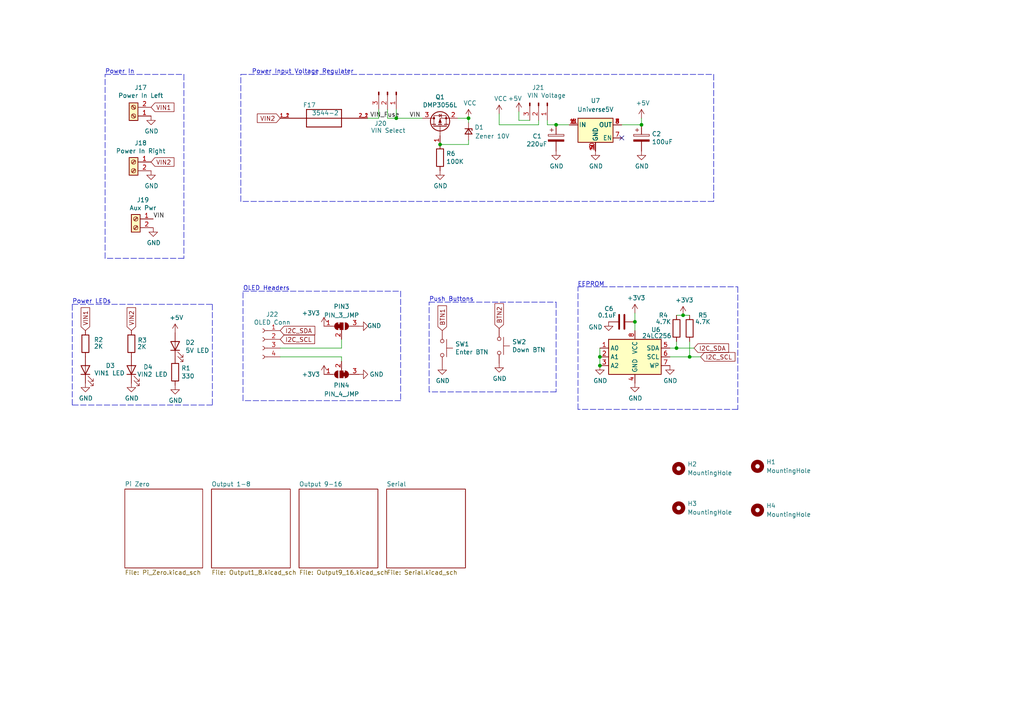
<source format=kicad_sch>
(kicad_sch (version 20211123) (generator eeschema)
  (paper "A4")
  (title_block (title "Pi_Zero_W_16") (date "2022-08-20") (rev "v1") (company "Scott Hanson"))
  (lib_symbols
    (symbol "Connector:Conn_01x03_Male" (pin_names (offset 1.016) hide)
      (property "Reference" "J" (at 0 5.08 0))
      (property "Value" "Conn_01x03_Male" (at 0 -5.08 0))
      (symbol "Conn_01x03_Male_1_1"
        (polyline (pts (xy 1.27 -2.54) (xy 0.8636 -2.54)) (stroke (width 0.1524)))
        (polyline (pts (xy 1.27 0) (xy 0.8636 0)) (stroke (width 0.1524)))
        (polyline (pts (xy 1.27 2.54) (xy 0.8636 2.54)) (stroke (width 0.1524)))
        (rectangle (start 0.8636 -2.413) (end 0 -2.667) (stroke (width 0.1524)) (fill (type outline)))
        (rectangle (start 0.8636 0.127) (end 0 -0.127) (stroke (width 0.1524)) (fill (type outline)))
        (rectangle (start 0.8636 2.667) (end 0 2.413) (stroke (width 0.1524)) (fill (type outline)))
        (pin passive line (at 5.08 2.54 180) (length 3.81) (name "Pin_1") (number "1"))
        (pin passive line (at 5.08 0 180) (length 3.81) (name "Pin_2") (number "2"))
        (pin passive line (at 5.08 -2.54 180) (length 3.81) (name "Pin_3") (number "3"))
      )
    )
    (symbol "Connector:Conn_01x04_Female" (pin_names (offset 1.016) hide)
      (property "Reference" "J" (at 0 5.08 0))
      (property "Value" "Conn_01x04_Female" (at 0 -7.62 0))
      (symbol "Conn_01x04_Female_1_1"
        (arc (start 0 -4.572) (mid -0.508 -5.08) (end 0 -5.588) (stroke (width 0.1524)))
        (arc (start 0 -2.032) (mid -0.508 -2.54) (end 0 -3.048) (stroke (width 0.1524)))
        (polyline (pts (xy -1.27 -5.08) (xy -0.508 -5.08)) (stroke (width 0.1524)))
        (polyline (pts (xy -1.27 -2.54) (xy -0.508 -2.54)) (stroke (width 0.1524)))
        (polyline (pts (xy -1.27 0) (xy -0.508 0)) (stroke (width 0.1524)))
        (polyline (pts (xy -1.27 2.54) (xy -0.508 2.54)) (stroke (width 0.1524)))
        (arc (start 0 0.508) (mid -0.508 0) (end 0 -0.508) (stroke (width 0.1524)))
        (arc (start 0 3.048) (mid -0.508 2.54) (end 0 2.032) (stroke (width 0.1524)))
        (pin passive line (at -5.08 2.54 0) (length 3.81) (name "Pin_1") (number "1"))
        (pin passive line (at -5.08 0 0) (length 3.81) (name "Pin_2") (number "2"))
        (pin passive line (at -5.08 -2.54 0) (length 3.81) (name "Pin_3") (number "3"))
        (pin passive line (at -5.08 -5.08 0) (length 3.81) (name "Pin_4") (number "4"))
      )
    )
    (symbol "Connector:Screw_Terminal_01x02" (pin_names (offset 1.016) hide)
      (property "Reference" "J" (at 0 2.54 0))
      (property "Value" "Screw_Terminal_01x02" (at 0 -5.08 0))
      (symbol "Screw_Terminal_01x02_1_1"
        (rectangle (start -1.27 1.27) (end 1.27 -3.81) (stroke (width 0.254)) (fill (type background)))
        (circle (center 0 -2.54) (radius 0.635) (stroke (width 0.1524)))
        (polyline (pts (xy -0.5334 -2.2098) (xy 0.3302 -3.048)) (stroke (width 0.1524)))
        (polyline (pts (xy -0.5334 0.3302) (xy 0.3302 -0.508)) (stroke (width 0.1524)))
        (polyline (pts (xy -0.3556 -2.032) (xy 0.508 -2.8702)) (stroke (width 0.1524)))
        (polyline (pts (xy -0.3556 0.508) (xy 0.508 -0.3302)) (stroke (width 0.1524)))
        (circle (center 0 0) (radius 0.635) (stroke (width 0.1524)))
        (pin passive line (at -5.08 0 0) (length 3.81) (name "Pin_1") (number "1"))
        (pin passive line (at -5.08 -2.54 0) (length 3.81) (name "Pin_2") (number "2"))
      )
    )
    (symbol "Device:C" (pin_numbers hide) (pin_names (offset 0.254))
      (property "Reference" "C" (at 0.635 2.54 0))
      (property "Value" "C" (at 0.635 -2.54 0))
      (symbol "C_0_1"
        (polyline (pts (xy -2.032 -0.762) (xy 2.032 -0.762)) (stroke (width 0.508)))
        (polyline (pts (xy -2.032 0.762) (xy 2.032 0.762)) (stroke (width 0.508)))
      )
      (symbol "C_1_1"
        (pin passive line (at 0 3.81 270) (length 2.794) (name "~") (number "1"))
        (pin passive line (at 0 -3.81 90) (length 2.794) (name "~") (number "2"))
      )
    )
    (symbol "Device:D_Zener_Small" (pin_numbers hide) (pin_names (offset 0.254) hide)
      (property "Reference" "D" (at 0 2.286 0))
      (property "Value" "D_Zener_Small" (at 0 -2.286 0))
      (symbol "D_Zener_Small_0_1"
        (polyline (pts (xy 0.762 0) (xy -0.762 0)))
        (polyline (pts (xy -0.254 1.016) (xy -0.762 1.016) (xy -0.762 -1.016)) (stroke (width 0.254)))
        (polyline (pts (xy 0.762 1.016) (xy -0.762 0) (xy 0.762 -1.016) (xy 0.762 1.016)) (stroke (width 0.254)))
      )
      (symbol "D_Zener_Small_1_1"
        (pin passive line (at -2.54 0 0) (length 1.778) (name "K") (number "1"))
        (pin passive line (at 2.54 0 180) (length 1.778) (name "A") (number "2"))
      )
    )
    (symbol "Device:LED" (pin_numbers hide) (pin_names (offset 1.016) hide)
      (property "Reference" "D" (at 0 2.54 0))
      (property "Value" "LED" (at 0 -2.54 0))
      (symbol "LED_0_1"
        (polyline (pts (xy -1.27 -1.27) (xy -1.27 1.27)) (stroke (width 0.254)))
        (polyline (pts (xy -1.27 0) (xy 1.27 0)))
        (polyline (pts (xy 1.27 -1.27) (xy 1.27 1.27) (xy -1.27 0) (xy 1.27 -1.27)) (stroke (width 0.254)))
        (polyline (pts (xy -3.048 -0.762) (xy -4.572 -2.286) (xy -3.81 -2.286) (xy -4.572 -2.286) (xy -4.572 -1.524)))
        (polyline (pts (xy -1.778 -0.762) (xy -3.302 -2.286) (xy -2.54 -2.286) (xy -3.302 -2.286) (xy -3.302 -1.524)))
      )
      (symbol "LED_1_1"
        (pin passive line (at -3.81 0 0) (length 2.54) (name "K") (number "1"))
        (pin passive line (at 3.81 0 180) (length 2.54) (name "A") (number "2"))
      )
    )
    (symbol "Device:Q_PMOS_GSD" (pin_names (offset 0) hide)
      (property "Reference" "Q" (at 5.08 1.27 0))
      (property "Value" "Q_PMOS_GSD" (at 5.08 -1.27 0))
      (symbol "Q_PMOS_GSD_0_1"
        (polyline (pts (xy 0.254 0) (xy -2.54 0)))
        (polyline (pts (xy 0.254 1.905) (xy 0.254 -1.905)) (stroke (width 0.254)))
        (polyline (pts (xy 0.762 -1.27) (xy 0.762 -2.286)) (stroke (width 0.254)))
        (polyline (pts (xy 0.762 0.508) (xy 0.762 -0.508)) (stroke (width 0.254)))
        (polyline (pts (xy 0.762 2.286) (xy 0.762 1.27)) (stroke (width 0.254)))
        (polyline (pts (xy 2.54 2.54) (xy 2.54 1.778)))
        (polyline (pts (xy 2.54 -2.54) (xy 2.54 0) (xy 0.762 0)))
        (polyline (pts (xy 0.762 1.778) (xy 3.302 1.778) (xy 3.302 -1.778) (xy 0.762 -1.778)))
        (polyline (pts (xy 2.286 0) (xy 1.27 0.381) (xy 1.27 -0.381) (xy 2.286 0)) (fill (type outline)))
        (polyline (pts (xy 2.794 -0.508) (xy 2.921 -0.381) (xy 3.683 -0.381) (xy 3.81 -0.254)))
        (polyline (pts (xy 3.302 -0.381) (xy 2.921 0.254) (xy 3.683 0.254) (xy 3.302 -0.381)))
        (circle (center 1.651 0) (radius 2.794) (stroke (width 0.254)))
        (circle (center 2.54 -1.778) (radius 0.254) (fill (type outline)))
        (circle (center 2.54 1.778) (radius 0.254) (fill (type outline)))
      )
      (symbol "Q_PMOS_GSD_1_1"
        (pin input line (at -5.08 0 0) (length 2.54) (name "G") (number "1"))
        (pin passive line (at 2.54 -5.08 90) (length 2.54) (name "S") (number "2"))
        (pin passive line (at 2.54 5.08 270) (length 2.54) (name "D") (number "3"))
      )
    )
    (symbol "Device:R" (pin_numbers hide) (pin_names (offset 0))
      (property "Reference" "R" (at 2.032 0 90))
      (property "Value" "R" (at 0 0 90))
      (symbol "R_0_1"
        (rectangle (start -1.016 -2.54) (end 1.016 2.54) (stroke (width 0.254)))
      )
      (symbol "R_1_1"
        (pin passive line (at 0 3.81 270) (length 1.27) (name "~") (number "1"))
        (pin passive line (at 0 -3.81 90) (length 1.27) (name "~") (number "2"))
      )
    )
    (symbol "Jumper:SolderJumper_3_Bridged12" (pin_names (offset 0) hide)
      (property "Reference" "JP" (at -2.54 -2.54 0))
      (property "Value" "SolderJumper_3_Bridged12" (at 0 2.794 0))
      (symbol "SolderJumper_3_Bridged12_0_1"
        (rectangle (start -1.016 0.508) (end -0.508 -0.508) (fill (type outline)))
        (arc (start -1.016 1.016) (mid -2.032 0) (end -1.016 -1.016))
        (arc (start -1.016 1.016) (mid -2.032 0) (end -1.016 -1.016) (fill (type outline)))
        (rectangle (start -0.508 1.016) (end 0.508 -1.016) (fill (type outline)))
        (polyline (pts (xy -2.54 0) (xy -2.032 0)))
        (polyline (pts (xy -1.016 1.016) (xy -1.016 -1.016)))
        (polyline (pts (xy 0 -1.27) (xy 0 -1.016)))
        (polyline (pts (xy 1.016 1.016) (xy 1.016 -1.016)))
        (polyline (pts (xy 2.54 0) (xy 2.032 0)))
        (arc (start 1.016 -1.016) (mid 2.032 0) (end 1.016 1.016))
        (arc (start 1.016 -1.016) (mid 2.032 0) (end 1.016 1.016) (fill (type outline)))
      )
      (symbol "SolderJumper_3_Bridged12_1_1"
        (pin passive line (at -5.08 0 0) (length 2.54) (name "A") (number "1"))
        (pin passive line (at 0 -3.81 90) (length 2.54) (name "C") (number "2"))
        (pin passive line (at 5.08 0 180) (length 2.54) (name "B") (number "3"))
      )
    )
    (symbol "Mechanical:MountingHole" (pin_names (offset 1.016))
      (property "Reference" "H" (at 0 5.08 0))
      (property "Value" "MountingHole" (at 0 3.175 0))
      (symbol "MountingHole_0_1"
        (circle (center 0 0) (radius 1.27) (stroke (width 1.27)))
      )
    )
    (symbol "Memory_EEPROM:24LC256"
      (property "Reference" "U" (at -6.35 6.35 0))
      (property "Value" "24LC256" (at 1.27 6.35 0))
      (symbol "24LC256_1_1"
        (rectangle (start -7.62 5.08) (end 7.62 -5.08) (stroke (width 0.254)) (fill (type background)))
        (pin input line (at -10.16 2.54 0) (length 2.54) (name "A0") (number "1"))
        (pin input line (at -10.16 0 0) (length 2.54) (name "A1") (number "2"))
        (pin input line (at -10.16 -2.54 0) (length 2.54) (name "A2") (number "3"))
        (pin power_in line (at 0 -7.62 90) (length 2.54) (name "GND") (number "4"))
        (pin bidirectional line (at 10.16 2.54 180) (length 2.54) (name "SDA") (number "5"))
        (pin input line (at 10.16 0 180) (length 2.54) (name "SCL") (number "6"))
        (pin input line (at 10.16 -2.54 180) (length 2.54) (name "WP") (number "7"))
        (pin power_in line (at 0 7.62 270) (length 2.54) (name "VCC") (number "8"))
      )
    )
    (symbol "Pi_Zero_W_16-rescue:3544-2-Keystone_Fuse" (pin_names (offset 1.016) hide)
      (property "Reference" "F" (at -5.08 3.302 0))
      (property "Value" "3544-2-Keystone_Fuse" (at -5.08 -5.08 0))
      (symbol "3544-2-Keystone_Fuse_0_0"
        (polyline (pts (xy -12.7 0) (xy 12.7 0)) (stroke (width 0.254)))
        (polyline (pts (xy -5.08 -2.54) (xy -5.08 2.54)) (stroke (width 0.254)))
        (polyline (pts (xy -5.08 2.54) (xy 5.08 2.54)) (stroke (width 0.254)))
        (polyline (pts (xy 5.08 -2.54) (xy -5.08 -2.54)) (stroke (width 0.254)))
        (polyline (pts (xy 5.08 2.54) (xy 5.08 -2.54)) (stroke (width 0.254)))
        (pin passive line (at -12.7 0 0) (length 2.54) (name "1") (number "1_1"))
        (pin passive line (at -12.7 0 0) (length 2.54) (name "1") (number "1_2"))
        (pin passive line (at 12.7 0 180) (length 2.54) (name "2") (number "2_1"))
        (pin passive line (at 12.7 0 180) (length 2.54) (name "2") (number "2_2"))
      )
    )
    (symbol "Pi_Zero_W_16-rescue:CP-Device" (pin_numbers hide) (pin_names (offset 0.254))
      (property "Reference" "C" (at 0.635 2.54 0))
      (property "Value" "CP-Device" (at 0.635 -2.54 0))
      (symbol "CP-Device_0_1"
        (rectangle (start -2.286 0.508) (end 2.286 1.016))
        (polyline (pts (xy -1.778 2.286) (xy -0.762 2.286)))
        (polyline (pts (xy -1.27 2.794) (xy -1.27 1.778)))
        (rectangle (start 2.286 -0.508) (end -2.286 -1.016) (fill (type outline)))
      )
      (symbol "CP-Device_1_1"
        (pin passive line (at 0 3.81 270) (length 2.794) (name "~") (number "1"))
        (pin passive line (at 0 -3.81 90) (length 2.794) (name "~") (number "2"))
      )
    )
    (symbol "Scotts:SolderJumper_3_Bridged23" (pin_names (offset 0) hide)
      (property "Reference" "JP?" (at 0 6.35 0))
      (property "Value" "SolderJumper_3_Bridged23" (at 0 3.81 0))
      (symbol "SolderJumper_3_Bridged23_0_1"
        (arc (start -1.016 1.016) (mid -2.032 0) (end -1.016 -1.016))
        (arc (start -1.016 1.016) (mid -2.032 0) (end -1.016 -1.016) (fill (type outline)))
        (rectangle (start -0.508 1.016) (end 0.508 -1.016) (fill (type outline)))
        (polyline (pts (xy -2.54 0) (xy -2.032 0)))
        (polyline (pts (xy -1.016 1.016) (xy -1.016 -1.016)))
        (polyline (pts (xy 0 -1.27) (xy 0 -1.016)))
        (polyline (pts (xy 1.016 1.016) (xy 1.016 -1.016)))
        (polyline (pts (xy 2.54 0) (xy 2.032 0)))
        (rectangle (start 0.508 0.508) (end 1.016 -0.508) (fill (type outline)))
        (arc (start 1.016 -1.016) (mid 2.032 0) (end 1.016 1.016))
        (arc (start 1.016 -1.016) (mid 2.032 0) (end 1.016 1.016) (fill (type outline)))
      )
      (symbol "SolderJumper_3_Bridged23_1_1"
        (pin passive line (at -5.08 0 0) (length 2.54) (name "A") (number "1"))
        (pin passive line (at 0 -3.81 90) (length 2.54) (name "C") (number "2"))
        (pin passive line (at 5.08 0 180) (length 2.54) (name "B") (number "3"))
      )
    )
    (symbol "Scotts:Universe5V" (pin_names (offset 0.254))
      (property "Reference" "U" (at -3.81 3.175 0))
      (property "Value" "Universe5V" (at 0 3.175 0))
      (symbol "Universe5V_0_0"
        (pin power_in line (at 0 -7.62 90) (length 2.54) (name "GND") (number "10"))
        (pin power_in line (at -7.62 0 0) (length 2.54) (name "IN") (number "11"))
        (pin power_out line (at 7.62 0 180) (length 2.54) (name "OUT") (number "4"))
        (pin power_in line (at 0 -7.62 90) (length 2.54) (name "GND") (number "5"))
        (pin power_in line (at -7.62 0 0) (length 2.54) (name "IN") (number "6"))
        (pin output line (at 7.62 -3.81 180) (length 2.54) (name "EN") (number "7"))
        (pin power_out line (at 7.62 0 180) (length 2.54) (name "OUT") (number "8"))
        (pin power_in line (at 0 -7.62 90) (length 2.54) (name "GND") (number "9"))
      )
      (symbol "Universe5V_0_1"
        (rectangle (start -5.08 1.905) (end 5.08 -5.08) (stroke (width 0.254)) (fill (type background)))
      )
      (symbol "Universe5V_1_1"
        (pin power_in line (at -7.62 0 0) (length 2.54) (name "IN") (number "1"))
        (pin power_in line (at 0 -7.62 90) (length 2.54) (name "GND") (number "2"))
        (pin power_out line (at 7.62 0 180) (length 2.54) (name "OUT") (number "3"))
      )
    )
    (symbol "Switch:SW_Push" (pin_numbers hide) (pin_names (offset 1.016) hide)
      (property "Reference" "SW" (at 1.27 2.54 0))
      (property "Value" "SW_Push" (at 0 -1.524 0))
      (symbol "SW_Push_0_1"
        (circle (center -2.032 0) (radius 0.508))
        (polyline (pts (xy 0 1.27) (xy 0 3.048)))
        (polyline (pts (xy 2.54 1.27) (xy -2.54 1.27)))
        (circle (center 2.032 0) (radius 0.508))
        (pin passive line (at -5.08 0 0) (length 2.54) (name "1") (number "1"))
        (pin passive line (at 5.08 0 180) (length 2.54) (name "2") (number "2"))
      )
    )
    (symbol "power:+3.3V" (power) (pin_names (offset 0))
      (property "Value" "+3.3V" (at 0 3.556 0))
      (symbol "+3.3V_0_1"
        (polyline (pts (xy -0.762 1.27) (xy 0 2.54)))
        (polyline (pts (xy 0 0) (xy 0 2.54)))
        (polyline (pts (xy 0 2.54) (xy 0.762 1.27)))
      )
      (symbol "+3.3V_1_1"
        (pin power_in line (at 0 0 90) (length 0) hide (name "+3V3") (number "1"))
      )
    )
    (symbol "power:+5V" (power) (pin_names (offset 0))
      (property "Value" "+5V" (at 0 3.556 0))
      (symbol "+5V_0_1"
        (polyline (pts (xy -0.762 1.27) (xy 0 2.54)))
        (polyline (pts (xy 0 0) (xy 0 2.54)))
        (polyline (pts (xy 0 2.54) (xy 0.762 1.27)))
      )
      (symbol "+5V_1_1"
        (pin power_in line (at 0 0 90) (length 0) hide (name "+5V") (number "1"))
      )
    )
    (symbol "power:GND" (power) (pin_names (offset 0))
      (property "Value" "GND" (at 0 -3.81 0))
      (symbol "GND_0_1"
        (polyline (pts (xy 0 0) (xy 0 -1.27) (xy 1.27 -1.27) (xy 0 -2.54) (xy -1.27 -1.27) (xy 0 -1.27)))
      )
      (symbol "GND_1_1"
        (pin power_in line (at 0 0 270) (length 0) hide (name "GND") (number "1"))
      )
    )
    (symbol "power:VCC" (power) (pin_names (offset 0))
      (property "Value" "VCC" (at 0 3.81 0))
      (symbol "VCC_0_1"
        (polyline (pts (xy -0.762 1.27) (xy 0 2.54)))
        (polyline (pts (xy 0 0) (xy 0 2.54)))
        (polyline (pts (xy 0 2.54) (xy 0.762 1.27)))
      )
      (symbol "VCC_1_1"
        (pin power_in line (at 0 0 90) (length 0) hide (name "VCC") (number "1"))
      )
    )
  )
  (junction (at 186.055 36.195))
  (junction (at 198.12 91.44))
  (junction (at 161.29 36.195))
  (junction (at 196.215 100.965))
  (junction (at 127.635 41.91))
  (junction (at 173.99 103.505))
  (junction (at 135.89 34.29))
  (junction (at 200.025 103.505))
  (junction (at 184.15 93.345))
  (junction (at 114.935 34.29))
  (junction (at 173.99 106.045))
  (no_connect (at 180.34 40.005))
  (wire (pts (xy 109.855 34.29) (xy 109.855 31.75)))
  (wire (pts (xy 112.395 34.29) (xy 112.395 31.75)))
  (wire (pts (xy 203.2 103.505) (xy 200.025 103.505)))
  (wire (pts (xy 156.21 36.195) (xy 144.78 36.195)))
  (wire (pts (xy 99.06 98.425) (xy 99.06 100.965)))
  (wire (pts (xy 112.395 34.29) (xy 114.935 34.29)))
  (polyline (pts (xy 213.995 118.745) (xy 167.64 118.745)))
  (wire (pts (xy 135.89 41.91) (xy 127.635 41.91)))
  (wire (pts (xy 196.215 99.06) (xy 196.215 100.965)))
  (polyline (pts (xy 61.595 88.265) (xy 61.595 117.475)))
  (wire (pts (xy 194.31 100.965) (xy 196.215 100.965)))
  (wire (pts (xy 200.025 91.44) (xy 198.12 91.44)))
  (polyline (pts (xy 69.85 21.59) (xy 207.01 21.59)))
  (wire (pts (xy 132.715 34.29) (xy 135.89 34.29)))
  (polyline (pts (xy 20.955 117.475) (xy 20.955 88.265)))
  (polyline (pts (xy 61.595 117.475) (xy 20.955 117.475)))
  (polyline (pts (xy 53.34 21.59) (xy 53.34 74.93)))
  (wire (pts (xy 150.495 34.925) (xy 153.67 34.925)))
  (wire (pts (xy 150.495 32.385) (xy 150.495 34.925)))
  (wire (pts (xy 81.28 100.965) (xy 99.06 100.965)))
  (wire (pts (xy 109.855 34.29) (xy 106.68 34.29)))
  (polyline (pts (xy 124.46 113.665) (xy 124.46 87.63)))
  (polyline (pts (xy 124.46 87.63) (xy 161.29 87.63)))
  (wire (pts (xy 180.34 36.195) (xy 186.055 36.195)))
  (wire (pts (xy 196.215 100.965) (xy 201.295 100.965)))
  (polyline (pts (xy 213.995 83.185) (xy 213.995 118.745)))
  (polyline (pts (xy 70.485 84.455) (xy 116.205 84.455)))
  (polyline (pts (xy 167.64 83.185) (xy 213.995 83.185)))
  (polyline (pts (xy 20.955 88.265) (xy 61.595 88.265)))
  (polyline (pts (xy 161.29 113.665) (xy 124.46 113.665)))
  (wire (pts (xy 184.15 93.345) (xy 184.15 95.885)))
  (wire (pts (xy 200.025 99.06) (xy 200.025 103.505)))
  (polyline (pts (xy 70.485 116.205) (xy 70.485 84.455)))
  (polyline (pts (xy 30.48 21.59) (xy 53.34 21.59)))
  (polyline (pts (xy 167.64 118.745) (xy 167.64 83.185)))
  (wire (pts (xy 198.12 91.44) (xy 196.215 91.44)))
  (wire (pts (xy 161.29 36.195) (xy 165.1 36.195)))
  (wire (pts (xy 186.055 34.29) (xy 186.055 36.195)))
  (polyline (pts (xy 69.85 58.42) (xy 69.85 21.59)))
  (wire (pts (xy 173.99 100.965) (xy 173.99 103.505)))
  (wire (pts (xy 158.75 34.925) (xy 158.75 36.195)))
  (wire (pts (xy 81.28 103.505) (xy 99.06 103.505)))
  (wire (pts (xy 200.025 103.505) (xy 194.31 103.505)))
  (wire (pts (xy 156.21 34.925) (xy 156.21 36.195)))
  (wire (pts (xy 173.99 103.505) (xy 173.99 106.045)))
  (wire (pts (xy 135.89 34.29) (xy 135.89 35.56)))
  (wire (pts (xy 135.89 40.64) (xy 135.89 41.91)))
  (polyline (pts (xy 207.01 58.42) (xy 69.85 58.42)))
  (wire (pts (xy 158.75 36.195) (xy 161.29 36.195)))
  (wire (pts (xy 114.935 34.29) (xy 122.555 34.29)))
  (wire (pts (xy 99.06 103.505) (xy 99.06 104.775)))
  (wire (pts (xy 184.15 90.805) (xy 184.15 93.345)))
  (wire (pts (xy 144.78 36.195) (xy 144.78 33.02)))
  (polyline (pts (xy 30.48 74.93) (xy 30.48 21.59)))
  (polyline (pts (xy 116.205 116.205) (xy 70.485 116.205)))
  (polyline (pts (xy 53.34 74.93) (xy 30.48 74.93)))
  (polyline (pts (xy 207.01 21.59) (xy 207.01 58.42)))
  (polyline (pts (xy 116.205 84.455) (xy 116.205 116.205)))
  (wire (pts (xy 114.935 31.75) (xy 114.935 34.29)))
  (polyline (pts (xy 161.29 87.63) (xy 161.29 113.665)))
  (text "Power LEDs" (at 20.955 88.265 0) (effects (font (size 1.27 1.27)) (justify left bottom)))
  (text "Power In" (at 30.48 21.59 0) (effects (font (size 1.27 1.27)) (justify left bottom)))
  (text "OLED Headers" (at 70.485 84.455 0) (effects (font (size 1.27 1.27)) (justify left bottom)))
  (text "Push Buttons" (at 124.46 87.63 0) (effects (font (size 1.27 1.27)) (justify left bottom)))
  (text "Power Input Voltage Regulater" (at 73.025 21.59 0) (effects (font (size 1.27 1.27)) (justify left bottom)))
  (text "EEPROM" (at 167.513 83.312 0) (effects (font (size 1.27 1.27)) (justify left bottom)))
  (label "VIN_Fuse" (at 107.315 34.29 0))
  (label "VIN" (at 44.45 63.5 0))
  (label "VIN" (at 118.745 34.29 0))
  (global_label "VIN2" (shape input) (at 81.28 34.29 180) (property "Intersheet References" "${INTERSHEET_REFS}" (effects hide)))
  (global_label "VIN1" (shape input) (at 43.815 31.115 0) (property "Intersheet References" "${INTERSHEET_REFS}" (effects hide)))
  (global_label "VIN2" (shape input) (at 43.815 46.99 0) (property "Intersheet References" "${INTERSHEET_REFS}" (effects hide)))
  (global_label "I2C_SCL" (shape input) (at 81.28 98.425 0) (property "Intersheet References" "${INTERSHEET_REFS}" (effects hide)))
  (global_label "VIN1" (shape input) (at 24.765 95.885 90) (property "Intersheet References" "${INTERSHEET_REFS}" (effects hide)))
  (global_label "BTN1" (shape input) (at 128.27 95.885 90) (property "Intersheet References" "${INTERSHEET_REFS}" (effects hide)))
  (global_label "BTN2" (shape input) (at 144.78 95.25 90) (property "Intersheet References" "${INTERSHEET_REFS}" (effects hide)))
  (global_label "I2C_SDA" (shape input) (at 201.295 100.965 0) (property "Intersheet References" "${INTERSHEET_REFS}" (effects hide)))
  (global_label "I2C_SCL" (shape input) (at 203.2 103.505 0) (property "Intersheet References" "${INTERSHEET_REFS}" (effects hide)))
  (global_label "VIN2" (shape input) (at 38.1 95.885 90) (property "Intersheet References" "${INTERSHEET_REFS}" (effects hide)))
  (global_label "I2C_SDA" (shape input) (at 81.28 95.885 0) (property "Intersheet References" "${INTERSHEET_REFS}" (effects hide)))
  (symbol (lib_id "Pi_Zero_W_16-rescue:CP-Device") (at 186.055 40.005 0) (unit 1)
    (property "Reference" "C2" (at 189.0522 38.8366 0) (effects (justify left)))
    (property "Value" "100uF" (at 189.0522 41.148 0) (effects (justify left)))
    (property "Footprint" "Capacitor_SMD:CP_Elec_6.3x5.4_Nichicon" (effects hide))
    (property "Digi-Key_PN" "493-2105-1-ND" (effects hide))
    (property "MPN" "UWX1C101MCL1GB" (effects hide))
    (property "LCSC" "C134723" (effects hide))
  )
  (symbol (lib_id "Pi_Zero_W_16-rescue:CP-Device") (at 161.29 40.005 0) (unit 1)
    (property "Reference" "C1" (at 154.432 39.497 0) (effects (justify left)))
    (property "Value" "220uF" (at 152.654 41.783 0) (effects (justify left)))
    (property "Footprint" "Capacitor_THT:CP_Radial_D10.0mm_P5.00mm" (effects hide))
    (property "Digi-Key_PN" "P5183-ND" (effects hide))
    (property "MPN" "ECA-1HM221" (effects hide))
  )
  (symbol (lib_id "power:GND") (at 43.815 33.655 0) (unit 1)
    (property "Reference" "#PWR0101" (effects hide))
    (property "Value" "GND" (at 43.942 38.0492 0))
  )
  (symbol (lib_id "power:GND") (at 172.72 43.815 0) (unit 1)
    (property "Reference" "#PWR0113" (effects hide))
    (property "Value" "GND" (at 172.847 48.2092 0))
  )
  (symbol (lib_id "power:GND") (at 186.055 43.815 0) (unit 1)
    (property "Reference" "#PWR0114" (effects hide))
    (property "Value" "GND" (at 186.182 48.2092 0))
  )
  (symbol (lib_id "power:GND") (at 161.29 43.815 0) (unit 1)
    (property "Reference" "#PWR0115" (effects hide))
    (property "Value" "GND" (at 161.417 48.2092 0))
  )
  (symbol (lib_id "power:+5V") (at 186.055 34.29 0) (unit 1)
    (property "Reference" "#PWR0116" (effects hide))
    (property "Value" "+5V" (at 186.436 29.8958 0))
  )
  (symbol (lib_id "Pi_Zero_W_16-rescue:3544-2-Keystone_Fuse") (at 93.98 34.29 0) (unit 1)
    (property "Reference" "F17" (at 87.884 30.48 0) (effects (justify left)))
    (property "Value" "3544-2" (at 90.424 32.766 0) (effects (justify left)))
    (property "Footprint" "Scotts:FUSE_3544-2" (effects hide))
    (property "Field4" "3544-2" (effects hide))
    (property "Field5" "None" (effects hide))
    (property "Field6" "Unavailable" (effects hide))
    (property "Field7" "Fuse Clip; 500 VAC; 30 A; PCB; For 0.110 in. x 0.032 in. mini blade fuses" (effects hide))
    (property "Field8" "Keystone Electronics" (effects hide))
    (property "Digi-Key_PN" "36-3544-2-ND" (effects hide))
    (property "MPN" "3544-2" (effects hide))
  )
  (symbol (lib_id "Connector:Conn_01x03_Male") (at 156.21 29.845 270) (unit 1)
    (property "Reference" "J21" (at 154.305 25.4 90) (effects (justify left)))
    (property "Value" "VIN Voltage" (at 152.908 27.686 90) (effects (justify left)))
    (property "Footprint" "Connector_PinHeader_2.54mm:PinHeader_1x03_P2.54mm_Vertical" (effects hide))
    (property "Digi-Key_PN" "732-5316-ND" (effects hide))
    (property "MPN" "61300311121" (effects hide))
  )
  (symbol (lib_id "power:+5V") (at 150.495 32.385 0) (unit 1)
    (property "Reference" "#PWR047" (effects hide))
    (property "Value" "+5V" (at 149.352 28.575 0))
  )
  (symbol (lib_id "power:GND") (at 43.815 49.53 0) (unit 1)
    (property "Reference" "#PWR02" (effects hide))
    (property "Value" "GND" (at 43.942 53.9242 0))
  )
  (symbol (lib_id "Connector:Conn_01x04_Female") (at 76.2 98.425 0) (mirror y) (unit 1)
    (property "Reference" "J22" (at 78.9432 91.186 0))
    (property "Value" "OLED Conn" (at 78.9432 93.4974 0))
    (property "Footprint" "Connector_PinSocket_2.54mm:PinSocket_1x04_P2.54mm_Vertical" (effects hide))
    (property "Digi-Key_PN" "S7002-ND" (effects hide))
    (property "MPN" "PPTC041LFBN-RC" (effects hide))
  )
  (symbol (lib_id "power:+3.3V") (at 93.98 94.615 0) (unit 1)
    (property "Reference" "#PWR0108" (effects hide))
    (property "Value" "+3.3V" (at 90.17 90.805 0))
  )
  (symbol (lib_id "Device:LED") (at 24.765 107.315 90) (unit 1)
    (property "Reference" "D3" (at 32.004 106.045 90))
    (property "Value" "VIN1 LED" (at 31.75 108.204 90))
    (property "Footprint" "LED_SMD:LED_0603_1608Metric_Pad1.05x0.95mm_HandSolder" (effects hide))
  )
  (symbol (lib_id "Device:LED") (at 38.1 107.315 90) (unit 1)
    (property "Reference" "D4" (at 42.926 106.426 90))
    (property "Value" "VIN2 LED" (at 44.196 108.585 90))
    (property "Footprint" "LED_SMD:LED_0603_1608Metric_Pad1.05x0.95mm_HandSolder" (effects hide))
  )
  (symbol (lib_id "Device:R") (at 24.765 99.695 180) (unit 1)
    (property "Reference" "R2" (at 28.575 98.552 0))
    (property "Value" "2K" (at 28.575 100.457 0))
    (property "Footprint" "Resistor_SMD:R_0603_1608Metric_Pad0.98x0.95mm_HandSolder" (effects hide))
  )
  (symbol (lib_id "Device:R") (at 38.1 99.695 180) (unit 1)
    (property "Reference" "R3" (at 41.275 98.679 0))
    (property "Value" "2K" (at 41.148 100.584 0))
    (property "Footprint" "Resistor_SMD:R_0603_1608Metric_Pad0.98x0.95mm_HandSolder" (effects hide))
  )
  (symbol (lib_id "power:GND") (at 24.765 111.125 0) (unit 1)
    (property "Reference" "#PWR0111" (effects hide))
    (property "Value" "GND" (at 24.892 115.5192 0))
  )
  (symbol (lib_id "power:GND") (at 38.1 111.125 0) (unit 1)
    (property "Reference" "#PWR0112" (effects hide))
    (property "Value" "GND" (at 38.227 115.5192 0))
  )
  (symbol (lib_id "Connector:Screw_Terminal_01x02") (at 39.37 63.5 0) (mirror y) (unit 1)
    (property "Reference" "J19" (at 41.4528 57.9882 0))
    (property "Value" "Aux Pwr" (at 41.4528 60.2996 0))
    (property "Footprint" "MKDS1_2-3.81:PHOENIX_MKDS1_2-3.81" (effects hide))
    (property "Digi-Key_PN" "277-1947-ND" (effects hide))
    (property "MPN" "1727010" (effects hide))
  )
  (symbol (lib_id "power:GND") (at 44.45 66.04 0) (unit 1)
    (property "Reference" "#PWR055" (effects hide))
    (property "Value" "GND" (at 44.577 70.4342 0))
  )
  (symbol (lib_id "Device:R") (at 50.8 107.95 180) (unit 1)
    (property "Reference" "R1" (at 52.578 106.7816 0) (effects (justify right)))
    (property "Value" "330" (at 52.578 109.093 0) (effects (justify right)))
    (property "Footprint" "Resistor_SMD:R_0603_1608Metric_Pad0.98x0.95mm_HandSolder" (effects hide))
  )
  (symbol (lib_id "Device:LED") (at 50.8 100.33 90) (unit 1)
    (property "Reference" "D2" (at 53.7718 99.3394 90) (effects (justify right)))
    (property "Value" "5V LED" (at 53.7718 101.6508 90) (effects (justify right)))
    (property "Footprint" "LED_SMD:LED_0603_1608Metric_Pad1.05x0.95mm_HandSolder" (effects hide))
  )
  (symbol (lib_id "power:+5V") (at 50.8 96.52 0) (unit 1)
    (property "Reference" "#PWR040" (effects hide))
    (property "Value" "+5V" (at 51.181 92.1258 0))
  )
  (symbol (lib_id "power:GND") (at 50.8 111.76 0) (unit 1)
    (property "Reference" "#PWR052" (effects hide))
    (property "Value" "GND" (at 50.927 116.1542 0))
  )
  (symbol (lib_id "Connector:Conn_01x03_Male") (at 112.395 26.67 270) (unit 1)
    (property "Reference" "J20" (at 108.585 35.814 90) (effects (justify left)))
    (property "Value" "VIN Select" (at 107.569 37.846 90) (effects (justify left)))
    (property "Footprint" "Connector_PinHeader_2.54mm:PinHeader_1x03_P2.54mm_Vertical" (effects hide))
    (property "Digi-Key_PN" "732-5316-ND" (effects hide))
    (property "MPN" "61300311121" (effects hide))
  )
  (symbol (lib_id "Memory_EEPROM:24LC256") (at 184.15 103.505 0) (unit 1)
    (property "Reference" "U6" (at 190.246 95.631 0))
    (property "Value" "24LC256" (at 190.5 97.409 0))
    (property "Footprint" "Package_SO:SOIC-8_3.9x4.9mm_P1.27mm" (effects hide))
    (property "Datasheet" "http://ww1.microchip.com/downloads/en/devicedoc/21203m.pdf" (effects hide))
    (property "Digi-Key_PN" "24LC256T-I/SNCT-ND" (effects hide))
    (property "MPN" "24LC256T-I/SN" (effects hide))
    (property "LCSC" "C6482" (effects hide))
  )
  (symbol (lib_id "power:GND") (at 173.99 106.045 0) (unit 1)
    (property "Reference" "#PWR01" (effects hide))
    (property "Value" "GND" (at 174.117 110.4392 0))
  )
  (symbol (lib_id "power:GND") (at 184.15 111.125 0) (unit 1)
    (property "Reference" "#PWR049" (effects hide))
    (property "Value" "GND" (at 184.277 115.5192 0))
  )
  (symbol (lib_id "power:GND") (at 194.31 106.045 0) (unit 1)
    (property "Reference" "#PWR056" (effects hide))
    (property "Value" "GND" (at 194.437 110.4392 0))
  )
  (symbol (lib_id "power:+3.3V") (at 184.15 90.805 0) (unit 1)
    (property "Reference" "#PWR043" (effects hide))
    (property "Value" "+3.3V" (at 184.531 86.4108 0))
  )
  (symbol (lib_id "Device:R") (at 196.215 95.25 180) (unit 1)
    (property "Reference" "R4" (at 192.405 91.44 0))
    (property "Value" "4.7K" (at 192.405 93.345 0))
    (property "Footprint" "Resistor_SMD:R_0603_1608Metric_Pad0.98x0.95mm_HandSolder" (effects hide))
  )
  (symbol (lib_id "Device:R") (at 200.025 95.25 180) (unit 1)
    (property "Reference" "R5" (at 203.835 91.44 0))
    (property "Value" "4.7K" (at 203.835 93.345 0))
    (property "Footprint" "Resistor_SMD:R_0603_1608Metric_Pad0.98x0.95mm_HandSolder" (effects hide))
  )
  (symbol (lib_id "power:+3.3V") (at 198.12 91.44 0) (unit 1)
    (property "Reference" "#PWR057" (effects hide))
    (property "Value" "+3.3V" (at 198.501 87.0458 0))
  )
  (symbol (lib_id "Device:C") (at 180.34 93.345 270) (unit 1)
    (property "Reference" "C6" (at 175.26 89.535 90) (effects (justify left)))
    (property "Value" "0.1uF" (at 173.355 91.44 90) (effects (justify left)))
    (property "Footprint" "Capacitor_SMD:C_0603_1608Metric_Pad1.08x0.95mm_HandSolder" (effects hide))
  )
  (symbol (lib_id "power:GND") (at 176.53 93.345 0) (unit 1)
    (property "Reference" "#PWR03" (effects hide))
    (property "Value" "GND" (at 172.72 94.869 0))
  )
  (symbol (lib_id "Switch:SW_Push") (at 128.27 100.965 270) (unit 1)
    (property "Reference" "SW1" (at 132.0292 99.7966 90) (effects (justify left)))
    (property "Value" "Enter BTN" (at 132.0292 102.108 90) (effects (justify left)))
    (property "Footprint" "Button_Switch_SMD:SW_Push_1P1T_NO_6x6mm_H9.5mm" (effects hide))
    (property "Digi-Key_PN" "CKN9088CT-ND" (effects hide))
    (property "MPN" "PTS645SL50SMTR92 LFS" (effects hide))
  )
  (symbol (lib_id "Switch:SW_Push") (at 144.78 100.33 270) (unit 1)
    (property "Reference" "SW2" (at 148.5392 99.1616 90) (effects (justify left)))
    (property "Value" "Down BTN" (at 148.5392 101.473 90) (effects (justify left)))
    (property "Footprint" "Button_Switch_SMD:SW_Push_1P1T_NO_6x6mm_H9.5mm" (effects hide))
    (property "Digi-Key_PN" "CKN9088CT-ND" (effects hide))
    (property "MPN" "PTS645SL50SMTR92 LFS" (effects hide))
  )
  (symbol (lib_id "power:GND") (at 144.78 105.41 0) (unit 1)
    (property "Reference" "#PWR059" (effects hide))
    (property "Value" "GND" (at 144.907 109.8042 0))
  )
  (symbol (lib_id "power:GND") (at 128.27 106.045 0) (unit 1)
    (property "Reference" "#PWR058" (effects hide))
    (property "Value" "GND" (at 128.397 110.4392 0))
  )
  (symbol (lib_id "Device:Q_PMOS_GSD") (at 127.635 36.83 90) (unit 1)
    (property "Reference" "Q1" (at 127.635 28.1432 90))
    (property "Value" "DMP3056L" (at 127.635 30.4546 90))
    (property "Footprint" "Package_TO_SOT_SMD:SOT-23" (effects hide))
    (property "Digi-Key_PN" "DMP3056L-7DICT-ND" (effects hide))
    (property "MPN" "DMP3056L-7" (effects hide))
    (property "LCSC" "C150724" (effects hide))
  )
  (symbol (lib_id "Device:D_Zener_Small") (at 135.89 38.1 270) (unit 1)
    (property "Reference" "D1" (at 137.6172 36.9316 90) (effects (justify left)))
    (property "Value" "Zener 10V" (at 137.795 39.497 90) (effects (justify left)))
    (property "Footprint" "Diode_SMD:D_SOD-123" (effects hide))
    (property "Digi-Key_PN" "MMSZ5240B-FDICT-ND" (effects hide))
    (property "MPN" "MMSZ5240B-7-F" (effects hide))
    (property "LCSC" "C173431" (effects hide))
  )
  (symbol (lib_id "Device:R") (at 127.635 45.72 180) (unit 1)
    (property "Reference" "R6" (at 129.413 44.5516 0) (effects (justify right)))
    (property "Value" "100K" (at 129.413 46.863 0) (effects (justify right)))
    (property "Footprint" "Resistor_SMD:R_0603_1608Metric_Pad0.98x0.95mm_HandSolder" (effects hide))
  )
  (symbol (lib_id "power:GND") (at 127.635 49.53 0) (unit 1)
    (property "Reference" "#PWR04" (effects hide))
    (property "Value" "GND" (at 127.762 53.9242 0))
  )
  (symbol (lib_id "power:VCC") (at 135.89 34.29 0) (unit 1)
    (property "Reference" "#PWR05" (effects hide))
    (property "Value" "VCC" (at 136.3218 29.8958 0))
  )
  (symbol (lib_id "power:VCC") (at 144.78 33.02 0) (unit 1)
    (property "Reference" "#PWR06" (effects hide))
    (property "Value" "VCC" (at 145.2118 28.6258 0))
  )
  (symbol (lib_id "Connector:Screw_Terminal_01x02") (at 38.735 33.655 180) (unit 1)
    (property "Reference" "J17" (at 40.8178 25.4 0))
    (property "Value" "Power In Left" (at 40.8178 27.7114 0))
    (property "Footprint" "Barrier_Blocks:BARRIER_BLOCK_1ROW_2POS_P9.5MM" (effects hide))
    (property "Digi-Key_PN" "ED2953-ND" (effects hide))
    (property "MPN" "OSTYK51102030" (effects hide))
  )
  (symbol (lib_id "Connector:Screw_Terminal_01x02") (at 38.735 46.99 0) (mirror y) (unit 1)
    (property "Reference" "J18" (at 40.8178 41.4782 0))
    (property "Value" "Power In Right" (at 40.8178 43.7896 0))
    (property "Footprint" "Barrier_Blocks:BARRIER_BLOCK_1ROW_2POS_P9.5MM" (effects hide))
    (property "Digi-Key_PN" "ED2953-ND" (effects hide))
    (property "MPN" "OSTYK51102030" (effects hide))
  )
  (symbol (lib_id "Mechanical:MountingHole") (at 219.71 135.255 0) (unit 1)
    (property "Reference" "H1" (at 222.25 133.9849 0) (effects (justify left)))
    (property "Value" "MountingHole" (at 222.25 136.5249 0) (effects (justify left)))
    (property "Footprint" "MountingHole:MountingHole_3.7mm" (effects hide))
  )
  (symbol (lib_id "power:+3.3V") (at 93.98 108.585 0) (unit 1)
    (property "Reference" "#PWR0106" (effects hide))
    (property "Value" "+3.3V" (at 90.17 108.585 0))
  )
  (symbol (lib_id "Scotts:SolderJumper_3_Bridged23") (at 99.06 108.585 0) (mirror x) (unit 1)
    (property "Reference" "PIN4" (at 99.06 111.76 0))
    (property "Value" "PIN_4_JMP" (at 99.06 114.3 0))
    (property "Footprint" "Scotts:SolderJumper-3_P1mm_Bridged23" (effects hide))
  )
  (symbol (lib_id "Mechanical:MountingHole") (at 196.85 135.89 0) (unit 1)
    (property "Reference" "H2" (at 199.39 134.6199 0) (effects (justify left)))
    (property "Value" "MountingHole" (at 199.39 137.1599 0) (effects (justify left)))
    (property "Footprint" "MountingHole:MountingHole_3.7mm" (effects hide))
  )
  (symbol (lib_id "Jumper:SolderJumper_3_Bridged12") (at 99.06 94.615 0) (unit 1)
    (property "Reference" "PIN3" (at 99.06 88.9 0))
    (property "Value" "PIN_3_JMP" (at 99.06 91.44 0))
    (property "Footprint" "Scotts:SolderJumper-3_P1mm_Bridged12" (effects hide))
  )
  (symbol (lib_id "power:GND") (at 104.14 94.615 90) (unit 1)
    (property "Reference" "#PWR0105" (effects hide))
    (property "Value" "GND" (at 108.5342 94.488 90))
  )
  (symbol (lib_id "Scotts:Universe5V") (at 172.72 36.195 0) (unit 1)
    (property "Reference" "U7" (at 172.72 29.21 0))
    (property "Value" "Universe5V" (at 172.72 31.75 0))
    (property "Footprint" "Scotts:Universal_5V_Horizontal" (effects hide))
  )
  (symbol (lib_id "power:GND") (at 104.14 108.585 90) (unit 1)
    (property "Reference" "#PWR0107" (effects hide))
    (property "Value" "GND" (at 109.22 108.585 90))
  )
  (symbol (lib_id "Mechanical:MountingHole") (at 219.71 147.955 0) (unit 1)
    (property "Reference" "H4" (at 222.25 146.6849 0) (effects (justify left)))
    (property "Value" "MountingHole" (at 222.25 149.2249 0) (effects (justify left)))
    (property "Footprint" "MountingHole:MountingHole_3.7mm" (effects hide))
  )
  (symbol (lib_id "Mechanical:MountingHole") (at 196.85 147.32 0) (unit 1)
    (property "Reference" "H3" (at 199.39 146.0499 0) (effects (justify left)))
    (property "Value" "MountingHole" (at 199.39 148.5899 0) (effects (justify left)))
    (property "Footprint" "MountingHole:MountingHole_3.7mm" (effects hide))
  )
  (sheet (at 36.195 141.859) (size 22.606 22.86)
    (property "Sheet name" "Pi Zero" (at 36.195 141.1474 0) (effects (justify left bottom)))
    (property "Sheet file" "Pi_Zero.kicad_sch" (at 36.195 165.3036 0) (effects (justify left top)))
  )
  (sheet (at 61.341 141.859) (size 22.86 22.86)
    (property "Sheet name" "Output 1-8" (at 61.341 141.1474 0) (effects (justify left bottom)))
    (property "Sheet file" "Output1_8.kicad_sch" (at 61.341 165.3036 0) (effects (justify left top)))
  )
  (sheet (at 86.741 141.859) (size 22.86 22.86)
    (property "Sheet name" "Output 9-16" (at 86.741 141.1474 0) (effects (justify left bottom)))
    (property "Sheet file" "Output9_16.kicad_sch" (at 86.741 165.3036 0) (effects (justify left top)))
  )
  (sheet (at 112.141 141.859) (size 22.86 22.86)
    (property "Sheet name" "Serial" (at 112.141 141.1474 0) (effects (justify left bottom)))
    (property "Sheet file" "Serial.kicad_sch" (at 112.141 165.3036 0) (effects (justify left top)))
  )
)
</source>
